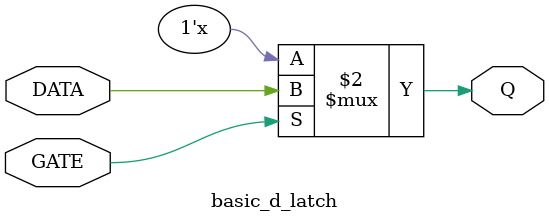
<source format=v>


//--------------------------------------------------------------------------
// Include File
//--------------------------------------------------------------------------

//--------------------------------------------------------------------------
// Module
//--------------------------------------------------------------------------
module basic_d_latch
//--------------------------------------------------------------------------
// Ports
//--------------------------------------------------------------------------
(
    // inputs
    input wire         GATE,
    input wire         DATA,

    // outputs
    output reg         Q
);

//--------------------------------------------------------------------------
// Design: when you infer a D latch, make sure you can control the gate and
//         data signals from the top-level design ports or through
//         combinational logic
//--------------------------------------------------------------------------
always @(GATE or DATA) begin
    if (GATE)
        Q <= DATA;
end
endmodule
//--------------------------------------------------------------------------

</source>
